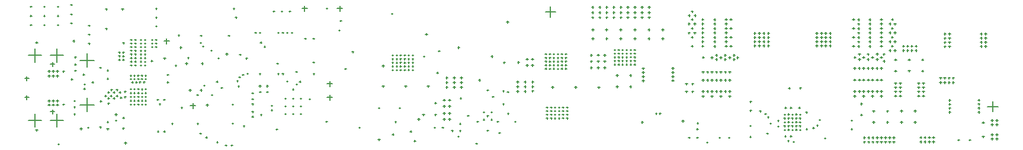
<source format=gbr>
%TF.GenerationSoftware,Altium Limited,Altium Designer,19.0.15 (446)*%
G04 Layer_Color=128*
%FSLAX45Y45*%
%MOMM*%
%TF.FileFunction,Drillmap*%
%TF.Part,Single*%
G01*
G75*
%TA.AperFunction,NonConductor*%
%ADD88C,0.12700*%
D88*
X2777955Y1808915D02*
X2797955D01*
X2787955Y1798915D02*
Y1818915D01*
X2670455Y1808915D02*
X2690455D01*
X2680455Y1798915D02*
Y1818915D01*
X2885454Y1808915D02*
X2905454D01*
X2895454Y1798915D02*
Y1818915D01*
X2777955Y1697915D02*
X2797955D01*
X2787955Y1687915D02*
Y1707915D01*
X2777955Y1919915D02*
X2797955D01*
X2787955Y1909915D02*
Y1929915D01*
X2777955Y2061414D02*
X2797955D01*
X2787955Y2051414D02*
Y2071414D01*
X2670455Y2061414D02*
X2690455D01*
X2680455Y2051414D02*
Y2071414D01*
X2885454Y2061414D02*
X2905454D01*
X2895454Y2051414D02*
Y2071414D01*
X1215055Y1469052D02*
X1405054D01*
X1310055Y1374052D02*
Y1564052D01*
X1530055Y1469052D02*
X1720054D01*
X1625055Y1374052D02*
Y1564052D01*
X1215055Y2399052D02*
X1405054D01*
X1310055Y2304052D02*
Y2494052D01*
X1530055Y2399052D02*
X1720054D01*
X1625055Y2304052D02*
Y2494052D01*
X5128235Y3068295D02*
X5204435D01*
X5166335Y3030195D02*
Y3106395D01*
X5631138Y3068295D02*
X5707338D01*
X5669238Y3030195D02*
Y3106395D01*
X12234815Y1447475D02*
X12255135D01*
X12244975Y1437315D02*
Y1457635D01*
X12127315Y1337475D02*
X12147635D01*
X12137475Y1327315D02*
Y1347635D01*
X12127315Y1557475D02*
X12147635D01*
X12137475Y1547315D02*
Y1567635D01*
X12017315Y1447475D02*
X12037635D01*
X12027475Y1437315D02*
Y1457635D01*
X12237315Y1337475D02*
X12257635D01*
X12247475Y1327315D02*
Y1347635D01*
X12017315Y1337475D02*
X12037635D01*
X12027475Y1327315D02*
Y1347635D01*
X12237315Y1557475D02*
X12257635D01*
X12247475Y1547315D02*
Y1567635D01*
X12017315Y1557475D02*
X12037635D01*
X12027475Y1547315D02*
Y1567635D01*
X14926215Y1668755D02*
X15076215D01*
X15001215Y1593755D02*
Y1743754D01*
X8604155Y3017495D02*
X8754154D01*
X8679155Y2942495D02*
Y3092494D01*
X3530575Y1681455D02*
X3606775D01*
X3568675Y1643355D02*
Y1719555D01*
X3152115Y2603804D02*
X3228315D01*
X3190215Y2565704D02*
Y2641904D01*
X5486375Y1993875D02*
X5562575D01*
X5524475Y1955775D02*
Y2031975D01*
X5486375Y1798909D02*
X5562575D01*
X5524475Y1760809D02*
Y1837009D01*
X1955974Y2329975D02*
X2153975D01*
X2054975Y2230974D02*
Y2428975D01*
X1955974Y1694975D02*
X2153975D01*
X2054975Y1595974D02*
Y1793975D01*
X1530055Y1594052D02*
X1590054D01*
X1560055Y1564052D02*
Y1624052D01*
X1530055Y2274052D02*
X1590054D01*
X1560055Y2244052D02*
Y2304052D01*
X1165055Y2069052D02*
X1225054D01*
X1195055Y2039052D02*
Y2099052D01*
X1165055Y1799052D02*
X1225054D01*
X1195055Y1769052D02*
Y1829052D01*
X5100775Y1564154D02*
X5121095D01*
X5110935Y1553994D02*
Y1574314D01*
X4990775Y1564154D02*
X5011095D01*
X5000935Y1553994D02*
Y1574314D01*
X4880775Y1564154D02*
X4901095D01*
X4890935Y1553994D02*
Y1574314D01*
X5100775Y1674154D02*
X5121095D01*
X5110935Y1663994D02*
Y1684314D01*
X4990775Y1674154D02*
X5011095D01*
X5000935Y1663994D02*
Y1684314D01*
X4880775Y1674154D02*
X4901095D01*
X4890935Y1663994D02*
Y1684314D01*
X5100775Y1784154D02*
X5121095D01*
X5110935Y1773994D02*
Y1794314D01*
X4990775Y1784154D02*
X5011095D01*
X5000935Y1773994D02*
Y1794314D01*
X4880775Y1784154D02*
X4901095D01*
X4890935Y1773994D02*
Y1794314D01*
X12127315Y1447475D02*
X12147635D01*
X12137475Y1437315D02*
Y1457635D01*
X4453794Y2724210D02*
X4474114D01*
X4463954Y2714050D02*
Y2734370D01*
X4778795Y2726110D02*
X4799115D01*
X4788955Y2715950D02*
Y2736270D01*
X5285158Y2299078D02*
X5305478D01*
X5295318Y2288918D02*
Y2309238D01*
X4906955Y2029754D02*
X4927275D01*
X4917115Y2019594D02*
Y2039914D01*
X4779955Y2135532D02*
X4800275D01*
X4790115Y2125372D02*
Y2145692D01*
X4843794Y2136110D02*
X4864114D01*
X4853954Y2125950D02*
Y2146270D01*
X5040775Y1989114D02*
X5061095D01*
X5050935Y1978954D02*
Y1999274D01*
X4990775Y1914154D02*
X5011095D01*
X5000935Y1903994D02*
Y1924314D01*
X4622199Y1875014D02*
X4642519D01*
X4632359Y1864854D02*
Y1885174D01*
X10769815Y1347475D02*
X10790135D01*
X10779975Y1337315D02*
Y1357635D01*
X12974814Y1468795D02*
X12995134D01*
X12984975Y1458635D02*
Y1478955D01*
X10768424Y1227475D02*
X10788744D01*
X10778584Y1217315D02*
Y1237635D01*
X11529815Y1237779D02*
X11550135D01*
X11539975Y1227619D02*
Y1247939D01*
X8207235Y2302475D02*
X8237715D01*
X8222475Y2287235D02*
Y2317715D01*
X10645115Y2849855D02*
X10675595D01*
X10660355Y2834615D02*
Y2865095D01*
X10647655Y2970789D02*
X10678135D01*
X10662895Y2955549D02*
Y2986029D01*
X10689735Y2658975D02*
X10720215D01*
X10704975Y2643735D02*
Y2674215D01*
X13662634Y1881495D02*
X13693115D01*
X13677875Y1866255D02*
Y1896735D01*
X13662634Y1941495D02*
X13693115D01*
X13677875Y1926255D02*
Y1956735D01*
X13597633Y1941495D02*
X13628114D01*
X13612874Y1926255D02*
Y1956735D01*
X13597633Y1881495D02*
X13628114D01*
X13612874Y1866255D02*
Y1896735D01*
X13992834Y1881495D02*
X14023315D01*
X14008075Y1866255D02*
Y1896735D01*
X13992834Y1941495D02*
X14023315D01*
X14008075Y1926255D02*
Y1956735D01*
X13927834Y1941495D02*
X13958315D01*
X13943074Y1926255D02*
Y1956735D01*
X13927834Y1881495D02*
X13958315D01*
X13943074Y1866255D02*
Y1896735D01*
X13152095Y1227475D02*
X13182574D01*
X13167336Y1212235D02*
Y1242715D01*
X13212094Y1227475D02*
X13242574D01*
X13227335Y1212235D02*
Y1242715D01*
X13212094Y1162474D02*
X13242574D01*
X13227335Y1147234D02*
Y1177714D01*
X13272095Y1162474D02*
X13302574D01*
X13287334Y1147234D02*
Y1177714D01*
X13152095Y1162474D02*
X13182574D01*
X13167336Y1147234D02*
Y1177714D01*
X11649915Y2717434D02*
X11680395D01*
X11665155Y2702194D02*
Y2732674D01*
X11649915Y2597434D02*
X11680395D01*
X11665155Y2582194D02*
Y2612674D01*
X11649915Y2537435D02*
X11680395D01*
X11665155Y2522195D02*
Y2552675D01*
X11649915Y2657434D02*
X11680395D01*
X11665155Y2642194D02*
Y2672674D01*
X11584915Y2657434D02*
X11615395D01*
X11600155Y2642194D02*
Y2672674D01*
X11584915Y2597434D02*
X11615395D01*
X11600155Y2582194D02*
Y2612674D01*
X11584915Y2717434D02*
X11615395D01*
X11600155Y2702194D02*
Y2732674D01*
X11584915Y2537435D02*
X11615395D01*
X11600155Y2522195D02*
Y2552675D01*
X12661875Y2717434D02*
X12692355D01*
X12677115Y2702194D02*
Y2732674D01*
X12661875Y2597434D02*
X12692355D01*
X12677115Y2582194D02*
Y2612674D01*
X12661875Y2537435D02*
X12692355D01*
X12677115Y2522195D02*
Y2552675D01*
X12661875Y2657434D02*
X12692355D01*
X12677115Y2642194D02*
Y2672674D01*
X12596874Y2657434D02*
X12627354D01*
X12612114Y2642194D02*
Y2672674D01*
X12596874Y2597434D02*
X12627354D01*
X12612114Y2582194D02*
Y2612674D01*
X12596874Y2717434D02*
X12627354D01*
X12612114Y2702194D02*
Y2732674D01*
X12596874Y2537435D02*
X12627354D01*
X12612114Y2522195D02*
Y2552675D01*
X4534199Y1551313D02*
X4554519D01*
X4544359Y1541153D02*
Y1561473D01*
X4757595Y1341501D02*
X4777915D01*
X4767755Y1331341D02*
Y1351661D01*
X10689735Y2912975D02*
X10720215D01*
X10704975Y2897735D02*
Y2928215D01*
X10689735Y2785975D02*
X10720215D01*
X10704975Y2770735D02*
Y2801215D01*
X11036735Y2342575D02*
X11067215D01*
X11051975Y2327335D02*
Y2357815D01*
X11227235Y2369975D02*
X11257715D01*
X11242475Y2354735D02*
Y2385215D01*
X11036735Y2400293D02*
X11067215D01*
X11051975Y2385053D02*
Y2415533D01*
X10973235Y2369975D02*
X11003715D01*
X10988475Y2354735D02*
Y2385215D01*
X11100235Y2369975D02*
X11130715D01*
X11115475Y2354735D02*
Y2385215D01*
X13079695Y2414975D02*
X13110175D01*
X13094936Y2399735D02*
Y2430215D01*
X13078435Y2342575D02*
X13108916D01*
X13093675Y2327335D02*
Y2357815D01*
X13204735Y2414975D02*
X13235216D01*
X13219975Y2399735D02*
Y2430215D01*
X13204735Y2342575D02*
X13235216D01*
X13219975Y2327335D02*
Y2357815D01*
X13332195Y2416698D02*
X13362675D01*
X13347435Y2401458D02*
Y2431938D01*
X13332195Y2342575D02*
X13362675D01*
X13347435Y2327335D02*
Y2357815D01*
X13517235Y2849974D02*
X13547716D01*
X13532475Y2834734D02*
Y2865214D01*
X13589655Y2847475D02*
X13620135D01*
X13604895Y2832235D02*
Y2862715D01*
X13517235Y2722475D02*
X13547716D01*
X13532475Y2707235D02*
Y2737715D01*
X13589655Y2722475D02*
X13620135D01*
X13604895Y2707235D02*
Y2737715D01*
X13517235Y2472275D02*
X13547716D01*
X13532475Y2457035D02*
Y2487515D01*
X13517235Y2594974D02*
X13547716D01*
X13532475Y2579734D02*
Y2610214D01*
X13589655Y2472275D02*
X13620135D01*
X13604895Y2457035D02*
Y2487515D01*
X13589655Y2594974D02*
X13620135D01*
X13604895Y2579734D02*
Y2610214D01*
X7389595Y1787799D02*
X7409915D01*
X7399755Y1777639D02*
Y1797959D01*
X8062635Y1569035D02*
X8082955D01*
X8072795Y1558875D02*
Y1579195D01*
X7847315Y1809975D02*
X7867635D01*
X7857475Y1799815D02*
Y1820135D01*
X2237015Y1373775D02*
X2257335D01*
X2247175Y1363615D02*
Y1383935D01*
X4520036Y1874667D02*
X4540356D01*
X4530196Y1864507D02*
Y1884827D01*
X2677314Y2260299D02*
X2697634D01*
X2687474Y2250139D02*
Y2270459D01*
X2677314Y2312085D02*
X2697634D01*
X2687474Y2301925D02*
Y2322245D01*
X2677314Y2363870D02*
X2697634D01*
X2687474Y2353710D02*
Y2374030D01*
X2677314Y2415656D02*
X2697634D01*
X2687474Y2405496D02*
Y2425816D01*
X2677314Y2519227D02*
X2697634D01*
X2687474Y2509067D02*
Y2529387D01*
X2677314Y2571012D02*
X2697634D01*
X2687474Y2560852D02*
Y2581172D01*
X2307035Y1821155D02*
X2332435D01*
X2319735Y1808455D02*
Y1833855D01*
X2735555Y2570688D02*
X2755875D01*
X2745715Y2560528D02*
Y2580848D01*
X2735555Y2415331D02*
X2755875D01*
X2745715Y2405171D02*
Y2425491D01*
X2735555Y2363546D02*
X2755875D01*
X2745715Y2353386D02*
Y2373706D01*
X2735555Y2311760D02*
X2755875D01*
X2745715Y2301600D02*
Y2321920D01*
X2735555Y2259975D02*
X2755875D01*
X2745715Y2249815D02*
Y2270135D01*
X2875075Y2259650D02*
X2895395D01*
X2885235Y2249490D02*
Y2269810D01*
X2875075Y2311436D02*
X2895395D01*
X2885235Y2301276D02*
Y2321596D01*
X2875075Y2363221D02*
X2895395D01*
X2885235Y2353061D02*
Y2373381D01*
X2875075Y2415007D02*
X2895395D01*
X2885235Y2404847D02*
Y2425167D01*
X2816835Y2518902D02*
X2837155D01*
X2826995Y2508742D02*
Y2529062D01*
X2816835Y2415331D02*
X2837155D01*
X2826995Y2405171D02*
Y2425491D01*
X2816835Y2363546D02*
X2837155D01*
X2826995Y2353386D02*
Y2373706D01*
X2816835Y2311760D02*
X2837155D01*
X2826995Y2301600D02*
Y2321920D01*
X2816835Y2259975D02*
X2837155D01*
X2826995Y2249815D02*
Y2270135D01*
X4973794Y2726110D02*
X4994114D01*
X4983954Y2715950D02*
Y2736270D01*
X2735555Y2622473D02*
X2755875D01*
X2745715Y2612313D02*
Y2632633D01*
X2677314Y2622798D02*
X2697634D01*
X2687474Y2612638D02*
Y2632958D01*
X2816835Y2570688D02*
X2837155D01*
X2826995Y2560528D02*
Y2580848D01*
X2875075Y2570363D02*
X2895395D01*
X2885235Y2560203D02*
Y2580523D01*
X2875075Y2622149D02*
X2895395D01*
X2885235Y2611989D02*
Y2632309D01*
X2816835Y2622473D02*
X2837155D01*
X2826995Y2612313D02*
Y2632633D01*
X2677314Y2467441D02*
X2697634D01*
X2687474Y2457281D02*
Y2477601D01*
X2735555Y2518902D02*
X2755875D01*
X2745715Y2508742D02*
Y2529062D01*
X2735555Y2467117D02*
X2755875D01*
X2745715Y2456957D02*
Y2477277D01*
X2816835Y2467117D02*
X2837155D01*
X2826995Y2456957D02*
Y2477277D01*
X2875075Y2518578D02*
X2895395D01*
X2885235Y2508418D02*
Y2528738D01*
X2875075Y2466792D02*
X2895395D01*
X2885235Y2456632D02*
Y2476952D01*
X4531335Y2583660D02*
X4551655D01*
X4541495Y2573500D02*
Y2593820D01*
X13992834Y1821495D02*
X14023315D01*
X14008075Y1806255D02*
Y1836735D01*
X13927834Y1821495D02*
X13958315D01*
X13943074Y1806255D02*
Y1836735D01*
X13662634Y1821495D02*
X13693115D01*
X13677875Y1806255D02*
Y1836735D01*
X13597633Y1821495D02*
X13628114D01*
X13612874Y1806255D02*
Y1836735D01*
X13597633Y2001495D02*
X13628114D01*
X13612874Y1986255D02*
Y2016735D01*
X13662634Y2001495D02*
X13693115D01*
X13677875Y1986255D02*
Y2016735D01*
X13927834Y2001495D02*
X13958315D01*
X13943074Y1986255D02*
Y2016735D01*
X13992834Y2001495D02*
X14023315D01*
X14008075Y1986255D02*
Y2016735D01*
X1617386Y2107195D02*
X1647866D01*
X1632626Y2091955D02*
Y2122435D01*
X1498575Y2174215D02*
X1529055D01*
X1513815Y2158975D02*
Y2189455D01*
X1498575Y2107195D02*
X1529055D01*
X1513815Y2091955D02*
Y2122435D01*
X1557980Y2107195D02*
X1588460D01*
X1573220Y2091955D02*
Y2122435D01*
X1557980Y2174215D02*
X1588460D01*
X1573220Y2158975D02*
Y2189455D01*
X1617386Y2174215D02*
X1647866D01*
X1632626Y2158975D02*
Y2189455D01*
X2237015Y2225015D02*
X2257335D01*
X2247175Y2214855D02*
Y2235175D01*
X2565375Y2440915D02*
X2585695D01*
X2575535Y2430755D02*
Y2451075D01*
X2565375Y2389129D02*
X2585695D01*
X2575535Y2378969D02*
Y2399289D01*
X2507134Y2389454D02*
X2527454D01*
X2517294Y2379294D02*
Y2399614D01*
X2507134Y2337668D02*
X2527454D01*
X2517294Y2327508D02*
Y2347828D01*
X2565375Y2337344D02*
X2585695D01*
X2575535Y2327184D02*
Y2347504D01*
X2507134Y2441239D02*
X2527454D01*
X2517294Y2431079D02*
Y2451399D01*
X6471895Y2244288D02*
X6492215D01*
X6482055Y2234128D02*
Y2254448D01*
X6471895Y2296073D02*
X6492215D01*
X6482055Y2285913D02*
Y2306233D01*
X6413654Y2244612D02*
X6433974D01*
X6423814Y2234452D02*
Y2254772D01*
X6413654Y2399969D02*
X6433974D01*
X6423814Y2389809D02*
Y2410129D01*
X6471895Y2399644D02*
X6492215D01*
X6482055Y2389484D02*
Y2409804D01*
X6471895Y2192502D02*
X6492215D01*
X6482055Y2182342D02*
Y2202662D01*
X6471895Y2347859D02*
X6492215D01*
X6482055Y2337699D02*
Y2358019D01*
X6413654Y2348183D02*
X6433974D01*
X6423814Y2338023D02*
Y2358343D01*
X6413654Y2296398D02*
X6433974D01*
X6423814Y2286238D02*
Y2306558D01*
X6413654Y2192827D02*
X6433974D01*
X6423814Y2182667D02*
Y2202987D01*
X6586195Y2244288D02*
X6606515D01*
X6596355Y2234128D02*
Y2254448D01*
X6527954Y2244612D02*
X6548274D01*
X6538114Y2234452D02*
Y2254772D01*
X6527954Y2399969D02*
X6548274D01*
X6538114Y2389809D02*
Y2410129D01*
X6586195Y2399644D02*
X6606515D01*
X6596355Y2389484D02*
Y2409804D01*
X6586195Y2192502D02*
X6606515D01*
X6596355Y2182342D02*
Y2202662D01*
X6586195Y2347859D02*
X6606515D01*
X6596355Y2337699D02*
Y2358019D01*
X6527954Y2348183D02*
X6548274D01*
X6538114Y2338023D02*
Y2358343D01*
X6527954Y2296398D02*
X6548274D01*
X6538114Y2286238D02*
Y2306558D01*
X6527954Y2192827D02*
X6548274D01*
X6538114Y2182667D02*
Y2202987D01*
X6700495Y2244612D02*
X6720815D01*
X6710655Y2234452D02*
Y2254772D01*
X6700495Y2296398D02*
X6720815D01*
X6710655Y2286238D02*
Y2306558D01*
X6642254Y2244937D02*
X6662574D01*
X6652414Y2234777D02*
Y2255097D01*
X6642254Y2400293D02*
X6662574D01*
X6652414Y2390133D02*
Y2410453D01*
X6700495Y2399969D02*
X6720815D01*
X6710655Y2389809D02*
Y2410129D01*
X6700495Y2192827D02*
X6720815D01*
X6710655Y2182667D02*
Y2202987D01*
X6700495Y2348183D02*
X6720815D01*
X6710655Y2338023D02*
Y2358343D01*
X6642254Y2348508D02*
X6662574D01*
X6652414Y2338348D02*
Y2358668D01*
X6642254Y2296722D02*
X6662574D01*
X6652414Y2286562D02*
Y2306882D01*
X6642254Y2193151D02*
X6662574D01*
X6652414Y2182991D02*
Y2203311D01*
X6586195Y2296073D02*
X6606515D01*
X6596355Y2285913D02*
Y2306233D01*
X2062455Y1369035D02*
X2082775D01*
X2072615Y1358875D02*
Y1379195D01*
X3037314Y3067975D02*
X3057634D01*
X3047474Y3057815D02*
Y3078135D01*
X3037314Y2939975D02*
X3057634D01*
X3047474Y2929815D02*
Y2950135D01*
X3037314Y2814975D02*
X3057634D01*
X3047474Y2804815D02*
Y2825135D01*
X3359815Y2686975D02*
X3380135D01*
X3369975Y2676815D02*
Y2697135D01*
X4143814Y3067475D02*
X4164134D01*
X4153974Y3057315D02*
Y3077635D01*
X4174815Y2939975D02*
X4195135D01*
X4184975Y2929815D02*
Y2950135D01*
X4715694Y3029706D02*
X4736014D01*
X4725854Y3019546D02*
Y3039866D01*
X4829994Y3029706D02*
X4850314D01*
X4840154Y3019546D02*
Y3039866D01*
X4944294Y3029706D02*
X4964614D01*
X4954454Y3019546D02*
Y3039866D01*
X7718212Y1590015D02*
X7738532D01*
X7728372Y1579855D02*
Y1600175D01*
X7827171Y1590015D02*
X7847491D01*
X7837331Y1579855D02*
Y1600175D01*
X7719035Y1483335D02*
X7739355D01*
X7729195Y1473175D02*
Y1493495D01*
X7772315Y1534975D02*
X7792635D01*
X7782475Y1524815D02*
Y1545135D01*
X7377055Y1423154D02*
X7397375D01*
X7387215Y1412994D02*
Y1433314D01*
X1437615Y2964155D02*
X1457935D01*
X1447775Y2953995D02*
Y2974315D01*
X1630355Y3095255D02*
X1650675D01*
X1640515Y3085095D02*
Y3105415D01*
X1630355Y2836175D02*
X1650675D01*
X1640515Y2826015D02*
Y2846335D01*
X1866875Y1749414D02*
X1887195D01*
X1877035Y1739254D02*
Y1759574D01*
X2237275Y1743799D02*
X2262675D01*
X2249975Y1731099D02*
Y1756499D01*
X2125955Y2016735D02*
X2151355D01*
X2138655Y2004035D02*
Y2029435D01*
X2974494Y2623550D02*
X2994814D01*
X2984654Y2613390D02*
Y2633710D01*
X3032735Y2519655D02*
X3053055D01*
X3042895Y2509495D02*
Y2529815D01*
X2974494Y2519979D02*
X2994814D01*
X2984654Y2509819D02*
Y2530139D01*
X2974494Y2571765D02*
X2994814D01*
X2984654Y2561605D02*
Y2581925D01*
X3032735Y2571440D02*
X3053055D01*
X3042895Y2561280D02*
Y2581600D01*
X3032735Y2623226D02*
X3053055D01*
X3042895Y2613066D02*
Y2633386D01*
X1866875Y1661414D02*
X1887195D01*
X1877035Y1651254D02*
Y1671574D01*
X1244275Y2964155D02*
X1264595D01*
X1254435Y2953995D02*
Y2974315D01*
X1244275Y3095255D02*
X1264595D01*
X1254435Y3085095D02*
Y3105415D01*
X1244275Y2836175D02*
X1264595D01*
X1254435Y2826015D02*
Y2846335D01*
X1437615Y2836175D02*
X1457935D01*
X1447775Y2826015D02*
Y2846335D01*
X1437615Y3095255D02*
X1457935D01*
X1447775Y3085095D02*
Y3105415D01*
X1630355Y2964155D02*
X1650675D01*
X1640515Y2953995D02*
Y2974315D01*
X3822675Y2471395D02*
X3842995D01*
X3832835Y2461235D02*
Y2481555D01*
X3703295Y2527275D02*
X3723615D01*
X3713455Y2517115D02*
Y2537435D01*
X3670275Y2581195D02*
X3690595D01*
X3680435Y2571035D02*
Y2591355D01*
X5843721Y2449215D02*
X5864041D01*
X5853881Y2439055D02*
Y2459375D01*
X5739581Y2209448D02*
X5759901D01*
X5749741Y2199288D02*
Y2219608D01*
X6453815Y1450315D02*
X6474135D01*
X6463975Y1440155D02*
Y1460475D01*
X5938495Y1368655D02*
X5958815D01*
X5948655Y1358495D02*
Y1378815D01*
X3265495Y1424915D02*
X3285815D01*
X3275655Y1414755D02*
Y1435075D01*
X4127475Y1429995D02*
X4147795D01*
X4137635Y1419835D02*
Y1440155D01*
X4584675Y2524735D02*
X4604995D01*
X4594835Y2514575D02*
Y2534895D01*
X3721075Y1971015D02*
X3741395D01*
X3731235Y1960855D02*
Y1981175D01*
X8003402Y2297337D02*
X8033882D01*
X8018642Y2282097D02*
Y2312577D01*
X6847815Y1551915D02*
X6878295D01*
X6863055Y1536675D02*
Y1567155D01*
X9873463Y2425687D02*
X9893783D01*
X9883623Y2415527D02*
Y2435847D01*
X9873463Y2270330D02*
X9893783D01*
X9883623Y2260170D02*
Y2280490D01*
X9873463Y2477473D02*
X9893783D01*
X9883623Y2467313D02*
Y2487633D01*
X9873463Y2373902D02*
X9893783D01*
X9883623Y2363742D02*
Y2384062D01*
X9873463Y2322116D02*
X9893783D01*
X9883623Y2311956D02*
Y2332276D01*
X9586622Y2270330D02*
X9606942D01*
X9596782Y2260170D02*
Y2280490D01*
X9586622Y2373902D02*
X9606942D01*
X9596782Y2363742D02*
Y2384062D01*
X9586622Y2425687D02*
X9606942D01*
X9596782Y2415527D02*
Y2435847D01*
X9586622Y2477473D02*
X9606942D01*
X9596782Y2467313D02*
Y2487633D01*
X9586622Y2322116D02*
X9606942D01*
X9596782Y2311956D02*
Y2332276D01*
X12974794Y1346434D02*
X12995114D01*
X12984953Y1336274D02*
Y1356594D01*
X12327275Y1587475D02*
X12352675D01*
X12339975Y1574775D02*
Y1600175D01*
X7772315Y1905131D02*
X7792635D01*
X7782475Y1894971D02*
Y1915291D01*
X3667735Y1285215D02*
X3688055D01*
X3677895Y1275055D02*
Y1295375D01*
X8407375Y2259650D02*
X8437855D01*
X8422615Y2244410D02*
Y2274890D01*
X8331175Y2259650D02*
X8361655D01*
X8346415Y2244410D02*
Y2274890D01*
X8407375Y2346010D02*
X8437855D01*
X8422615Y2330770D02*
Y2361250D01*
X8331175Y2346010D02*
X8361655D01*
X8346415Y2330770D02*
Y2361250D01*
X7144995Y1762735D02*
X7175475D01*
X7160235Y1747495D02*
Y1777975D01*
X7221195Y1762735D02*
X7251675D01*
X7236435Y1747495D02*
Y1777975D01*
X7144995Y1676375D02*
X7175475D01*
X7160235Y1661135D02*
Y1691615D01*
X7221195Y1676375D02*
X7251675D01*
X7236435Y1661135D02*
Y1691615D01*
X7144995Y1574775D02*
X7175475D01*
X7160235Y1559535D02*
Y1590015D01*
X7221195Y1574775D02*
X7251675D01*
X7236435Y1559535D02*
Y1590015D01*
X7144995Y1488415D02*
X7175475D01*
X7160235Y1473175D02*
Y1503655D01*
X7221195Y1488415D02*
X7251675D01*
X7236435Y1473175D02*
Y1503655D01*
X1319635Y1331335D02*
X1350115D01*
X1334875Y1316095D02*
Y1346575D01*
X2588734Y1147475D02*
X2619214D01*
X2603974Y1132235D02*
Y1162715D01*
X2565375Y1357235D02*
X2585695D01*
X2575535Y1347075D02*
Y1367395D01*
X3147735Y2357095D02*
X3178215D01*
X3162975Y2341855D02*
Y2372335D01*
X4510391Y1963014D02*
X4540871D01*
X4525631Y1947774D02*
Y1978254D01*
X4617119Y1963014D02*
X4647599D01*
X4632359Y1947774D02*
Y1978254D01*
X8678975Y1605174D02*
X8699295D01*
X8689135Y1595014D02*
Y1615334D01*
X8620735Y1553713D02*
X8641055D01*
X8630895Y1543553D02*
Y1563873D01*
X8620735Y1605499D02*
X8641055D01*
X8630895Y1595339D02*
Y1615659D01*
X8793275Y1553389D02*
X8813595D01*
X8803435Y1543229D02*
Y1563549D01*
X8735035Y1553713D02*
X8755355D01*
X8745195Y1543553D02*
Y1563873D01*
X8793275Y1656960D02*
X8813595D01*
X8803435Y1646800D02*
Y1667120D01*
X8735035Y1605499D02*
X8755355D01*
X8745195Y1595339D02*
Y1615659D01*
X8907575Y1553713D02*
X8927895D01*
X8917735Y1543553D02*
Y1563873D01*
X8907575Y1605499D02*
X8927895D01*
X8917735Y1595339D02*
Y1615659D01*
X8849335Y1554038D02*
X8869655D01*
X8859495Y1543878D02*
Y1564198D01*
X8849335Y1657609D02*
X8869655D01*
X8859495Y1647449D02*
Y1667769D01*
X8849335Y1605824D02*
X8869655D01*
X8859495Y1595664D02*
Y1615984D01*
X8793275Y1605174D02*
X8813595D01*
X8803435Y1595014D02*
Y1615334D01*
X1557980Y1694155D02*
X1588460D01*
X1573220Y1678915D02*
Y1709395D01*
X1557980Y1751598D02*
X1588460D01*
X1573220Y1736358D02*
Y1766838D01*
X1497433Y1751598D02*
X1527913D01*
X1512673Y1736358D02*
Y1766838D01*
X1497433Y1694155D02*
X1527913D01*
X1512673Y1678915D02*
Y1709395D01*
X2527485Y1792544D02*
X2552885D01*
X2540185Y1779844D02*
Y1805244D01*
X2431367Y1788135D02*
X2456767D01*
X2444067Y1775435D02*
Y1800835D01*
X2513611Y1869415D02*
X2539011D01*
X2526311Y1856715D02*
Y1882115D01*
X2431367Y1869415D02*
X2456767D01*
X2444067Y1856715D02*
Y1882115D01*
X2315396Y3059831D02*
X2345876D01*
X2330636Y3044591D02*
Y3075071D01*
X2320476Y2779831D02*
X2340796D01*
X2330636Y2769671D02*
Y2789991D01*
X2547446Y3058435D02*
X2577926D01*
X2562686Y3043195D02*
Y3073675D01*
X3317215Y2254613D02*
X3337535D01*
X3327375Y2244453D02*
Y2264773D01*
X1637005Y1130113D02*
X1657325D01*
X1647165Y1119953D02*
Y1140273D01*
X7492815Y1536375D02*
X7513135D01*
X7502975Y1526215D02*
Y1546535D01*
X8167564Y1452414D02*
X8187884D01*
X8177724Y1442254D02*
Y1462574D01*
X7628315Y1454975D02*
X7648635D01*
X7638475Y1444815D02*
Y1465135D01*
X8849335Y1502253D02*
X8869655D01*
X8859495Y1492093D02*
Y1512413D01*
X7916315Y1454975D02*
X7936635D01*
X7926475Y1444815D02*
Y1465135D01*
X8735035Y1501928D02*
X8755355D01*
X8745195Y1491768D02*
Y1512088D01*
X8907575Y1501928D02*
X8927895D01*
X8917735Y1491768D02*
Y1512088D01*
X8620735Y1501928D02*
X8641055D01*
X8630895Y1491768D02*
Y1512088D01*
X8678975Y1553389D02*
X8699295D01*
X8689135Y1543229D02*
Y1563549D01*
X8678975Y1501603D02*
X8699295D01*
X8689135Y1491443D02*
Y1511763D01*
X8793275Y1501603D02*
X8813595D01*
X8803435Y1491443D02*
Y1511763D01*
X7129755Y1371575D02*
X7150075D01*
X7139915Y1361415D02*
Y1381735D01*
X7265295Y1323315D02*
X7285615D01*
X7275455Y1313155D02*
Y1333475D01*
X7012915Y1371575D02*
X7033235D01*
X7023075Y1361415D02*
Y1381735D01*
X8603134Y2261760D02*
X8623454D01*
X8613294Y2251600D02*
Y2271920D01*
X8603134Y2365331D02*
X8623454D01*
X8613294Y2355171D02*
Y2375491D01*
X8603134Y2313545D02*
X8623454D01*
X8613294Y2303385D02*
Y2323705D01*
X8603134Y2209974D02*
X8623454D01*
X8613294Y2199814D02*
Y2220134D01*
X8889975Y2261760D02*
X8910295D01*
X8900135Y2251600D02*
Y2271920D01*
X8889975Y2313545D02*
X8910295D01*
X8900135Y2303385D02*
Y2323705D01*
X8889975Y2417116D02*
X8910295D01*
X8900135Y2406956D02*
Y2427276D01*
X8889975Y2209974D02*
X8910295D01*
X8900135Y2199814D02*
Y2220134D01*
X8889975Y2365331D02*
X8910295D01*
X8900135Y2355171D02*
Y2375491D01*
X7827235Y2384975D02*
X7857715D01*
X7842475Y2369735D02*
Y2400215D01*
X11714455Y2537435D02*
X11744935D01*
X11729695Y2522195D02*
Y2552675D01*
X11714455Y2717434D02*
X11744935D01*
X11729695Y2702194D02*
Y2732674D01*
X11714455Y2597434D02*
X11744935D01*
X11729695Y2582194D02*
Y2612674D01*
X11714455Y2657434D02*
X11744935D01*
X11729695Y2642194D02*
Y2672674D01*
X11779455Y2657434D02*
X11809935D01*
X11794695Y2642194D02*
Y2672674D01*
X11779455Y2537435D02*
X11809935D01*
X11794695Y2522195D02*
Y2552675D01*
X11779455Y2597434D02*
X11809935D01*
X11794695Y2582194D02*
Y2612674D01*
X11779455Y2717434D02*
X11809935D01*
X11794695Y2702194D02*
Y2732674D01*
X12471755Y2537435D02*
X12502235D01*
X12486995Y2522195D02*
Y2552675D01*
X12471755Y2717434D02*
X12502235D01*
X12486995Y2702194D02*
Y2732674D01*
X12471755Y2597434D02*
X12502235D01*
X12486995Y2582194D02*
Y2612674D01*
X12471755Y2657434D02*
X12502235D01*
X12486995Y2642194D02*
Y2672674D01*
X12536755Y2657434D02*
X12567235D01*
X12551995Y2642194D02*
Y2672674D01*
X12536755Y2537435D02*
X12567235D01*
X12551995Y2522195D02*
Y2552675D01*
X12536755Y2597434D02*
X12567235D01*
X12551995Y2582194D02*
Y2612674D01*
X12536755Y2717434D02*
X12567235D01*
X12551995Y2702194D02*
Y2732674D01*
X11162235Y2399644D02*
X11192715D01*
X11177475Y2384404D02*
Y2414884D01*
X11162235Y2341855D02*
X11192715D01*
X11177475Y2326615D02*
Y2357095D01*
X11289735Y2399644D02*
X11320215D01*
X11304975Y2384404D02*
Y2414884D01*
X11289735Y2343470D02*
X11320215D01*
X11304975Y2328230D02*
Y2358710D01*
X10731475Y2970789D02*
X10761955D01*
X10746715Y2955549D02*
Y2986029D01*
X10726395Y2849855D02*
X10756875D01*
X10741635Y2834615D02*
Y2865095D01*
X10645115Y2720885D02*
X10675595D01*
X10660355Y2705645D02*
Y2736125D01*
X10726395Y2720885D02*
X10756875D01*
X10741635Y2705645D02*
Y2736125D01*
X9809455Y1952475D02*
X9839935D01*
X9824695Y1937235D02*
Y1967715D01*
X7287016Y2012475D02*
X7317496D01*
X7302256Y1997235D02*
Y2027715D01*
X7182436Y2013390D02*
X7212916D01*
X7197676Y1998150D02*
Y2028630D01*
X7393015Y2013390D02*
X7423495D01*
X7408255Y1998150D02*
Y2028630D01*
X7287015Y2078014D02*
X7317495D01*
X7302255Y2062774D02*
Y2093254D01*
X7287015Y1945934D02*
X7317495D01*
X7302255Y1930694D02*
Y1961174D01*
X7182436Y1945934D02*
X7212916D01*
X7197676Y1930694D02*
Y1961174D01*
X7393015Y1945414D02*
X7423495D01*
X7408255Y1930174D02*
Y1960654D01*
X7393015Y2078014D02*
X7423495D01*
X7408255Y2062774D02*
Y2093254D01*
X7182436Y2078475D02*
X7212916D01*
X7197676Y2063235D02*
Y2093715D01*
X8302235Y1953390D02*
X8332715D01*
X8317475Y1938150D02*
Y1968630D01*
X8302235Y2019275D02*
X8332715D01*
X8317475Y2004035D02*
Y2034515D01*
X8302235Y1887195D02*
X8332715D01*
X8317475Y1871955D02*
Y1902435D01*
X8194015Y1953391D02*
X8224495D01*
X8209255Y1938151D02*
Y1968631D01*
X8192745Y2019275D02*
X8223225D01*
X8207985Y2004035D02*
Y2034515D01*
X8194015Y1887195D02*
X8224495D01*
X8209255Y1871955D02*
Y1902435D01*
X8409915Y2019275D02*
X8440395D01*
X8425155Y2004035D02*
Y2034515D01*
X8409915Y1953390D02*
X8440395D01*
X8425155Y1938150D02*
Y1968630D01*
X8409915Y1889975D02*
X8440395D01*
X8425155Y1874735D02*
Y1905215D01*
X6272235Y1958392D02*
X6302715D01*
X6287475Y1943152D02*
Y1973632D01*
X6594735Y1958392D02*
X6625215D01*
X6609975Y1943152D02*
Y1973632D01*
X6917235Y1958392D02*
X6947715D01*
X6932475Y1943152D02*
Y1973632D01*
X7022437Y1719974D02*
X7052917D01*
X7037677Y1704734D02*
Y1735214D01*
X7022437Y1552794D02*
X7052917D01*
X7037677Y1537554D02*
Y1568034D01*
X2966235Y2320474D02*
X2996715D01*
X2981475Y2305234D02*
Y2335714D01*
X3687313Y2283435D02*
X3717793D01*
X3702553Y2268195D02*
Y2298675D01*
X3461995Y2283100D02*
X3492475D01*
X3477235Y2267860D02*
Y2298340D01*
X2564835Y1505535D02*
X2590235D01*
X2577535Y1492835D02*
Y1518235D01*
X3759175Y1691615D02*
X3789655D01*
X3774415Y1676375D02*
Y1706855D01*
X3624555Y1834154D02*
X3644875D01*
X3634715Y1823994D02*
Y1844314D01*
X3832359Y1834154D02*
X3852679D01*
X3842519Y1823994D02*
Y1844314D01*
X9992335Y2097261D02*
X10022815D01*
X10007575Y2082021D02*
Y2112501D01*
X9992335Y2039735D02*
X10022815D01*
X10007575Y2024495D02*
Y2054975D01*
X9992335Y2154788D02*
X10022815D01*
X10007575Y2139548D02*
Y2170028D01*
X9468306Y2638338D02*
X9498786D01*
X9483546Y2623098D02*
Y2653578D01*
X9809455Y2112475D02*
X9839935D01*
X9824695Y2097235D02*
Y2127715D01*
X9669378Y2638338D02*
X9699858D01*
X9684618Y2623098D02*
Y2653578D01*
X9870449Y2638338D02*
X9900929D01*
X9885689Y2623098D02*
Y2653578D01*
X10071520Y2638338D02*
X10102000D01*
X10086760Y2623098D02*
Y2653578D01*
X9267273Y3087411D02*
X9297753D01*
X9282513Y3072171D02*
Y3102651D01*
X9368238Y3087411D02*
X9398718D01*
X9383478Y3072171D02*
Y3102651D01*
X9469203Y3087411D02*
X9499683D01*
X9484443Y3072171D02*
Y3102651D01*
X9570168Y3087411D02*
X9600648D01*
X9585408Y3072171D02*
Y3102651D01*
X9671133Y3087411D02*
X9701613D01*
X9686373Y3072171D02*
Y3102651D01*
X9772098Y3087411D02*
X9802578D01*
X9787338Y3072171D02*
Y3102651D01*
X9873063Y3087411D02*
X9903543D01*
X9888303Y3072171D02*
Y3102651D01*
X9974028Y3087411D02*
X10004508D01*
X9989268Y3072171D02*
Y3102651D01*
X10074993Y3087411D02*
X10105473D01*
X10090233Y3072171D02*
Y3102651D01*
X9267273Y3013635D02*
X9297753D01*
X9282513Y2998395D02*
Y3028875D01*
X9368238Y3013635D02*
X9398718D01*
X9383478Y2998395D02*
Y3028875D01*
X9469203Y3013635D02*
X9499683D01*
X9484443Y2998395D02*
Y3028875D01*
X9570168Y3013635D02*
X9600648D01*
X9585408Y2998395D02*
Y3028875D01*
X9671133Y3013635D02*
X9701613D01*
X9686373Y2998395D02*
Y3028875D01*
X9772098Y3013635D02*
X9802578D01*
X9787338Y2998395D02*
Y3028875D01*
X9873063Y3013635D02*
X9903543D01*
X9888303Y2998395D02*
Y3028875D01*
X9974028Y3013635D02*
X10004508D01*
X9989268Y2998395D02*
Y3028875D01*
X10074993Y3013635D02*
X10105473D01*
X10090233Y2998395D02*
Y3028875D01*
X12179855Y1447475D02*
X12205255D01*
X12192555Y1434775D02*
Y1460175D01*
X12235155Y1503655D02*
X12260555D01*
X12247855Y1490955D02*
Y1516355D01*
X12180998Y1391895D02*
X12206398D01*
X12193698Y1379195D02*
Y1404595D01*
X12235155Y1391895D02*
X12260555D01*
X12247855Y1379195D02*
Y1404595D01*
X10269748Y2637195D02*
X10300228D01*
X10284988Y2621955D02*
Y2652435D01*
X9270265Y2641221D02*
X9300745D01*
X9285505Y2625981D02*
Y2656461D01*
X12014513Y1503655D02*
X12039913D01*
X12027213Y1490955D02*
Y1516355D01*
X12069775Y1557051D02*
X12095175D01*
X12082475Y1544351D02*
Y1569751D01*
X12069695Y1503655D02*
X12095095D01*
X12082395Y1490955D02*
Y1516355D01*
X13141734Y2370838D02*
X13172215D01*
X13156975Y2355598D02*
Y2386078D01*
X13268735Y2370838D02*
X13299216D01*
X13283975Y2355598D02*
Y2386078D01*
X13395735Y2370838D02*
X13426215D01*
X13410976Y2355598D02*
Y2386078D01*
X13597234Y2337475D02*
X13627715D01*
X13612474Y2322235D02*
Y2352715D01*
X13789734Y2338338D02*
X13820213D01*
X13804974Y2323098D02*
Y2353578D01*
X13982234Y2337475D02*
X14012714D01*
X13997475Y2322235D02*
Y2352715D01*
X13549734Y2532838D02*
X13580215D01*
X13564975Y2517598D02*
Y2548078D01*
X13549734Y2659838D02*
X13580215D01*
X13564975Y2644598D02*
Y2675078D01*
X13549734Y2786838D02*
X13580215D01*
X13564975Y2771598D02*
Y2802078D01*
X15043355Y1472255D02*
X15073836D01*
X15058595Y1457015D02*
Y1487495D01*
X15043355Y1412255D02*
X15073836D01*
X15058595Y1397015D02*
Y1427495D01*
X14978355Y1472255D02*
X15008835D01*
X14993594Y1457015D02*
Y1487495D01*
X14978355Y1412255D02*
X15008835D01*
X14993594Y1397015D02*
Y1427495D01*
X15044235Y1269975D02*
X15074715D01*
X15059476Y1254735D02*
Y1285215D01*
X15044235Y1209975D02*
X15074715D01*
X15059476Y1194735D02*
Y1225215D01*
X14979234Y1269975D02*
X15009715D01*
X14994475Y1254735D02*
Y1285215D01*
X14979234Y1209975D02*
X15009715D01*
X14994475Y1194735D02*
Y1225215D01*
X13597234Y2177475D02*
X13627715D01*
X13612474Y2162235D02*
Y2192715D01*
X13789734Y2178338D02*
X13820213D01*
X13804974Y2163098D02*
Y2193578D01*
X13982234Y2177475D02*
X14012714D01*
X13997475Y2162235D02*
Y2192715D01*
X14850887Y1441110D02*
X14881366D01*
X14866125Y1425870D02*
Y1456350D01*
X14850887Y1238610D02*
X14881366D01*
X14866125Y1223370D02*
Y1253850D01*
X9992335Y2212315D02*
X10022815D01*
X10007575Y2197075D02*
Y2227555D01*
X10413975Y2214715D02*
X10444455D01*
X10429215Y2199475D02*
Y2229955D01*
X10413975Y2157188D02*
X10444455D01*
X10429215Y2141948D02*
Y2172428D01*
X10413975Y2042135D02*
X10444455D01*
X10429215Y2026895D02*
Y2057375D01*
X10413975Y2099661D02*
X10444455D01*
X10429215Y2084421D02*
Y2114901D01*
X14787856Y1762555D02*
X14818335D01*
X14803094Y1747315D02*
Y1777795D01*
X14787856Y1705028D02*
X14818335D01*
X14803094Y1689788D02*
Y1720268D01*
X14787856Y1589975D02*
X14818335D01*
X14803094Y1574735D02*
Y1605215D01*
X14787856Y1647502D02*
X14818335D01*
X14803094Y1632262D02*
Y1662742D01*
X6272235Y2250392D02*
X6302715D01*
X6287475Y2235152D02*
Y2265632D01*
X7827171Y1483335D02*
X7847491D01*
X7837331Y1473175D02*
Y1493495D01*
X1867283Y1560355D02*
X1887603D01*
X1877443Y1550195D02*
Y1570515D01*
X2009115Y1986436D02*
X2029435D01*
X2019275Y1976276D02*
Y1996596D01*
X4688815Y1681455D02*
X4709135D01*
X4698975Y1671295D02*
Y1691615D01*
X4688815Y1617955D02*
X4709135D01*
X4698975Y1607795D02*
Y1628115D01*
X4412315Y1594175D02*
X4432635D01*
X4422475Y1584015D02*
Y1604335D01*
X4412315Y1704175D02*
X4432635D01*
X4422475Y1694015D02*
Y1714335D01*
X4411955Y1775435D02*
X4432275D01*
X4422115Y1765275D02*
Y1785595D01*
X4411955Y1525133D02*
X4432275D01*
X4422115Y1514973D02*
Y1535293D01*
X1617386Y1750436D02*
X1647866D01*
X1632626Y1735196D02*
Y1765676D01*
X1617386Y1694155D02*
X1647866D01*
X1632626Y1678915D02*
Y1709395D01*
X14371295Y1760055D02*
X14401775D01*
X14386536Y1744815D02*
Y1775295D01*
X14371295Y1702528D02*
X14401775D01*
X14386536Y1687288D02*
Y1717768D01*
X14371295Y1587475D02*
X14401775D01*
X14386536Y1572235D02*
Y1602715D01*
X14371295Y1645001D02*
X14401775D01*
X14386536Y1629761D02*
Y1660241D01*
X14137614Y1163763D02*
X14168095D01*
X14152855Y1148523D02*
Y1179003D01*
X14077615Y1163763D02*
X14108095D01*
X14092854Y1148523D02*
Y1179003D01*
X14017615Y1163763D02*
X14048096D01*
X14032855Y1148523D02*
Y1179003D01*
X13957616Y1163763D02*
X13988095D01*
X13972855Y1148523D02*
Y1179003D01*
X13573735Y1162779D02*
X13604214D01*
X13588976Y1147539D02*
Y1178019D01*
X13513734Y1162779D02*
X13544215D01*
X13528975Y1147539D02*
Y1178019D01*
X13453735Y1162779D02*
X13484215D01*
X13468974Y1147539D02*
Y1178019D01*
X13393735Y1162779D02*
X13424216D01*
X13408975Y1147539D02*
Y1178019D01*
X13272095Y1227475D02*
X13302574D01*
X13287334Y1212235D02*
Y1242715D01*
X13332094Y1162474D02*
X13362573D01*
X13347334Y1147234D02*
Y1177714D01*
X14137614Y1228763D02*
X14168095D01*
X14152855Y1213523D02*
Y1244003D01*
X14077615Y1228763D02*
X14108095D01*
X14092854Y1213523D02*
Y1244003D01*
X14017615Y1228763D02*
X14048096D01*
X14032855Y1213523D02*
Y1244003D01*
X13957616Y1228763D02*
X13988095D01*
X13972855Y1213523D02*
Y1244003D01*
X13573735Y1227779D02*
X13604214D01*
X13588976Y1212539D02*
Y1243019D01*
X13513734Y1227779D02*
X13544215D01*
X13528975Y1212539D02*
Y1243019D01*
X13453735Y1227779D02*
X13484215D01*
X13468974Y1212539D02*
Y1243019D01*
X13393735Y1227779D02*
X13424216D01*
X13408975Y1212539D02*
Y1243019D01*
X13332094Y1227475D02*
X13362573D01*
X13347334Y1212235D02*
Y1242715D01*
X14663554Y1192475D02*
X14683875D01*
X14673715Y1182315D02*
Y1202635D01*
X14503555Y1192475D02*
X14523875D01*
X14513715Y1182315D02*
Y1202635D01*
X10848775Y2369975D02*
X10874175D01*
X10861475Y2357275D02*
Y2382675D01*
X10692275Y2531975D02*
X10717675D01*
X10704975Y2519275D02*
Y2544675D01*
X11244735Y2531975D02*
X11275215D01*
X11259975Y2516735D02*
Y2547215D01*
X11244735Y2658975D02*
X11275215D01*
X11259975Y2643735D02*
Y2674215D01*
X11244735Y2785975D02*
X11275215D01*
X11259975Y2770735D02*
Y2801215D01*
X11244735Y2912975D02*
X11275215D01*
X11259975Y2897735D02*
Y2928215D01*
X10840875Y2912975D02*
X10871355D01*
X10856115Y2897735D02*
Y2928215D01*
X10840875Y2785975D02*
X10871355D01*
X10856115Y2770735D02*
Y2801215D01*
X10840875Y2658975D02*
X10871355D01*
X10856115Y2643735D02*
Y2674215D01*
X10840875Y2531975D02*
X10871355D01*
X10856115Y2516735D02*
Y2547215D01*
X10840695Y2722855D02*
X10871175D01*
X10855935Y2707615D02*
Y2738095D01*
X10840875Y2849855D02*
X10871355D01*
X10856115Y2834615D02*
Y2865095D01*
X10840875Y2595855D02*
X10871355D01*
X10856115Y2580615D02*
Y2611095D01*
X11011415Y2912595D02*
X11041895D01*
X11026655Y2897355D02*
Y2927835D01*
X11011415Y2785595D02*
X11041895D01*
X11026655Y2770355D02*
Y2800835D01*
X11011415Y2658595D02*
X11041895D01*
X11026655Y2643355D02*
Y2673835D01*
X11011415Y2531595D02*
X11041895D01*
X11026655Y2516355D02*
Y2546835D01*
X11011235Y2722475D02*
X11041715D01*
X11026475Y2707235D02*
Y2737715D01*
X11011415Y2849475D02*
X11041895D01*
X11026655Y2834235D02*
Y2864715D01*
X11011415Y2595475D02*
X11041895D01*
X11026655Y2580235D02*
Y2610715D01*
X13229414Y2912458D02*
X13259895D01*
X13244655Y2897218D02*
Y2927698D01*
X13229414Y2785458D02*
X13259895D01*
X13244655Y2770218D02*
Y2800698D01*
X13229414Y2658458D02*
X13259895D01*
X13244655Y2643218D02*
Y2673698D01*
X13229414Y2531458D02*
X13259895D01*
X13244655Y2516218D02*
Y2546698D01*
X13229234Y2722338D02*
X13259715D01*
X13244475Y2707098D02*
Y2737578D01*
X13229414Y2849338D02*
X13259895D01*
X13244655Y2834098D02*
Y2864578D01*
X13229414Y2595338D02*
X13259895D01*
X13244655Y2580098D02*
Y2610578D01*
X13396115Y2913458D02*
X13426595D01*
X13411356Y2898218D02*
Y2928698D01*
X13396115Y2786458D02*
X13426595D01*
X13411356Y2771218D02*
Y2801698D01*
X13396115Y2659458D02*
X13426595D01*
X13411356Y2644218D02*
Y2674698D01*
X13396115Y2532458D02*
X13426595D01*
X13411356Y2517218D02*
Y2547698D01*
X13395935Y2723338D02*
X13426414D01*
X13411176Y2708098D02*
Y2738578D01*
X13396115Y2850338D02*
X13426595D01*
X13411356Y2835098D02*
Y2865578D01*
X13396115Y2596338D02*
X13426595D01*
X13411356Y2581098D02*
Y2611578D01*
X10846615Y2048655D02*
X10877095D01*
X10861855Y2033415D02*
Y2063895D01*
X10973615Y2048655D02*
X11004095D01*
X10988855Y2033415D02*
Y2063895D01*
X11100615Y2048655D02*
X11131095D01*
X11115855Y2033415D02*
Y2063895D01*
X11227615Y2048655D02*
X11258095D01*
X11242855Y2033415D02*
Y2063895D01*
X11036735Y2048475D02*
X11067215D01*
X11051975Y2033235D02*
Y2063715D01*
X10909735Y2048655D02*
X10940215D01*
X10924975Y2033415D02*
Y2063895D01*
X11163735Y2048655D02*
X11194215D01*
X11178975Y2033415D02*
Y2063895D01*
X13395355Y2049158D02*
X13425835D01*
X13410596Y2033918D02*
Y2064398D01*
X13268355Y2049158D02*
X13298836D01*
X13283595Y2033918D02*
Y2064398D01*
X13141354Y2049158D02*
X13171835D01*
X13156595Y2033918D02*
Y2064398D01*
X13014355Y2049158D02*
X13044835D01*
X13029594Y2033918D02*
Y2064398D01*
X13205235Y2049338D02*
X13235715D01*
X13220474Y2034098D02*
Y2064578D01*
X13332236Y2049158D02*
X13362715D01*
X13347475Y2033918D02*
Y2064398D01*
X13078235Y2049158D02*
X13108714D01*
X13093475Y2033918D02*
Y2064398D01*
X13394855Y2217214D02*
X13425336D01*
X13410095Y2201974D02*
Y2232454D01*
X13267854Y2217214D02*
X13298335D01*
X13283095Y2201974D02*
Y2232454D01*
X13140855Y2217214D02*
X13171335D01*
X13156094Y2201974D02*
Y2232454D01*
X13013855Y2217214D02*
X13044334D01*
X13029095Y2201974D02*
Y2232454D01*
X13204735Y2217395D02*
X13235216D01*
X13219975Y2202155D02*
Y2232635D01*
X13331735Y2217214D02*
X13362215D01*
X13346976Y2201974D02*
Y2232454D01*
X13077734Y2217214D02*
X13108215D01*
X13092975Y2201974D02*
Y2232454D01*
X11226854Y2161334D02*
X11257334D01*
X11242094Y2146094D02*
Y2176574D01*
X11099854Y2161334D02*
X11130334D01*
X11115094Y2146094D02*
Y2176574D01*
X10972854Y2161334D02*
X11003334D01*
X10988094Y2146094D02*
Y2176574D01*
X10845854Y2161334D02*
X10876334D01*
X10861094Y2146094D02*
Y2176574D01*
X11036734Y2161515D02*
X11067214D01*
X11051974Y2146275D02*
Y2176755D01*
X11163734Y2161334D02*
X11194214D01*
X11178974Y2146094D02*
Y2176574D01*
X10909734Y2161334D02*
X10940214D01*
X10924974Y2146094D02*
Y2176574D01*
X10846235Y1814975D02*
X10876715D01*
X10861475Y1799735D02*
Y1830215D01*
X10973235Y1814975D02*
X11003715D01*
X10988475Y1799735D02*
Y1830215D01*
X11100235Y1814975D02*
X11130715D01*
X11115475Y1799735D02*
Y1830215D01*
X11227235Y1814975D02*
X11257715D01*
X11242475Y1799735D02*
Y1830215D01*
X13014735Y1815838D02*
X13045215D01*
X13029974Y1800598D02*
Y1831078D01*
X13141734Y1815838D02*
X13172215D01*
X13156975Y1800598D02*
Y1831078D01*
X13268735Y1815838D02*
X13299216D01*
X13283975Y1800598D02*
Y1831078D01*
X13395735Y1815838D02*
X13426215D01*
X13410976Y1800598D02*
Y1831078D01*
X13395555Y1884474D02*
X13426035D01*
X13410796Y1869234D02*
Y1899714D01*
X13268555Y1884474D02*
X13299036D01*
X13283795Y1869234D02*
Y1899714D01*
X13141554Y1884474D02*
X13172035D01*
X13156795Y1869234D02*
Y1899714D01*
X13014555Y1884474D02*
X13045035D01*
X13029794Y1869234D02*
Y1899714D01*
X13205435Y1884655D02*
X13235915D01*
X13220676Y1869415D02*
Y1899895D01*
X13332436Y1884474D02*
X13362915D01*
X13347675Y1869234D02*
Y1899714D01*
X13078435Y1884474D02*
X13108916D01*
X13093675Y1869234D02*
Y1899714D01*
X11226855Y1885234D02*
X11257335D01*
X11242095Y1869994D02*
Y1900474D01*
X11099855Y1885234D02*
X11130335D01*
X11115095Y1869994D02*
Y1900474D01*
X10972855Y1885234D02*
X11003335D01*
X10988095Y1869994D02*
Y1900474D01*
X10845855Y1885234D02*
X10876335D01*
X10861095Y1869994D02*
Y1900474D01*
X11036735Y1885415D02*
X11067215D01*
X11051975Y1870175D02*
Y1900655D01*
X11163735Y1885234D02*
X11194215D01*
X11178975Y1869994D02*
Y1900474D01*
X10909735Y1885234D02*
X10940215D01*
X10924975Y1869994D02*
Y1900474D01*
X11176155Y2914330D02*
X11206635D01*
X11191395Y2899090D02*
Y2929570D01*
X11176155Y2787330D02*
X11206635D01*
X11191395Y2772090D02*
Y2802570D01*
X11176155Y2660330D02*
X11206635D01*
X11191395Y2645090D02*
Y2675570D01*
X11176155Y2533330D02*
X11206635D01*
X11191395Y2518090D02*
Y2548570D01*
X11175975Y2724210D02*
X11206455D01*
X11191215Y2708970D02*
Y2739450D01*
X11176155Y2851210D02*
X11206635D01*
X11191395Y2835970D02*
Y2866450D01*
X11176155Y2597210D02*
X11206635D01*
X11191395Y2581970D02*
Y2612450D01*
X12995734Y2531838D02*
X13026215D01*
X13010974Y2516598D02*
Y2547078D01*
X12995734Y2658838D02*
X13026215D01*
X13010974Y2643598D02*
Y2674078D01*
X12995734Y2785838D02*
X13026215D01*
X13010974Y2770598D02*
Y2801078D01*
X12995734Y2912838D02*
X13026215D01*
X13010974Y2897598D02*
Y2928078D01*
X13068094Y2530195D02*
X13098573D01*
X13083334Y2514955D02*
Y2545435D01*
X13068094Y2657195D02*
X13098573D01*
X13083334Y2641955D02*
Y2672435D01*
X13068094Y2784195D02*
X13098573D01*
X13083334Y2768955D02*
Y2799435D01*
X13068094Y2911195D02*
X13098573D01*
X13083334Y2895955D02*
Y2926435D01*
X13068275Y2720315D02*
X13098755D01*
X13083514Y2705075D02*
Y2735555D01*
X13068094Y2593315D02*
X13098573D01*
X13083334Y2578075D02*
Y2608555D01*
X13068094Y2847315D02*
X13098573D01*
X13083334Y2832075D02*
Y2862555D01*
X10608735Y1883096D02*
X10639215D01*
X10623975Y1867856D02*
Y1898336D01*
X10696735Y1883096D02*
X10727215D01*
X10711975Y1867856D02*
Y1898336D01*
X10608155Y1991996D02*
X10638635D01*
X10623395Y1976756D02*
Y2007236D01*
X10696155Y1991996D02*
X10726635D01*
X10711395Y1976756D02*
Y2007236D01*
X10690235Y3024975D02*
X10720715D01*
X10705475Y3009735D02*
Y3040215D01*
X11339235Y2369475D02*
X11369715D01*
X11354475Y2354235D02*
Y2384715D01*
X13430962Y2415007D02*
X13461443D01*
X13446202Y2399767D02*
Y2430247D01*
X13108415Y1549587D02*
X13138895D01*
X13123656Y1534347D02*
Y1564827D01*
X13108398Y1705595D02*
X13138879D01*
X13123639Y1690355D02*
Y1720835D01*
X11527275Y1741134D02*
X11552675D01*
X11539975Y1728434D02*
Y1753834D01*
X12069695Y1447475D02*
X12095095D01*
X12082395Y1434775D02*
Y1460175D01*
X12124775Y1392395D02*
X12150175D01*
X12137475Y1379695D02*
Y1405095D01*
X12069813Y1391355D02*
X12095213D01*
X12082513Y1378655D02*
Y1404055D01*
X12014175Y1392314D02*
X12039575D01*
X12026875Y1379614D02*
Y1405014D01*
X12070055Y1337475D02*
X12095455D01*
X12082755Y1324775D02*
Y1350175D01*
X12082415Y1928909D02*
X12107815D01*
X12095115Y1916209D02*
Y1941609D01*
X10653008Y1226795D02*
X10673328D01*
X10663168Y1216635D02*
Y1236955D01*
X11221766Y1227475D02*
X11242086D01*
X11231926Y1217315D02*
Y1237635D01*
X11529815Y1394435D02*
X11550135D01*
X11539975Y1384275D02*
Y1404595D01*
X11086766Y1227475D02*
X11107086D01*
X11096926Y1217315D02*
Y1237635D01*
X12238821Y1936151D02*
X12264221D01*
X12251521Y1923451D02*
Y1948851D01*
X12124775Y1502555D02*
X12150175D01*
X12137475Y1489855D02*
Y1515255D01*
X12179855Y1557475D02*
X12205255D01*
X12192555Y1544775D02*
Y1570175D01*
X12225415Y1649975D02*
X12250815D01*
X12238115Y1637275D02*
Y1662675D01*
X12179855Y1502555D02*
X12205255D01*
X12192555Y1489855D02*
Y1515255D01*
X8907575Y1657284D02*
X8927895D01*
X8917735Y1647124D02*
Y1667444D01*
X8735035Y1657284D02*
X8755355D01*
X8745195Y1647124D02*
Y1667444D01*
X9644863Y2425362D02*
X9665183D01*
X9655023Y2415202D02*
Y2435522D01*
X9700922Y2425687D02*
X9721242D01*
X9711082Y2415527D02*
Y2435847D01*
X9815222Y2426012D02*
X9835542D01*
X9825382Y2415852D02*
Y2436172D01*
X9644863Y2477148D02*
X9665183D01*
X9655023Y2466988D02*
Y2487308D01*
X9700922Y2477473D02*
X9721242D01*
X9711082Y2467313D02*
Y2487633D01*
X9644863Y2321791D02*
X9665183D01*
X9655023Y2311631D02*
Y2331951D01*
X9700922Y2270330D02*
X9721242D01*
X9711082Y2260170D02*
Y2280490D01*
X9759163Y2270006D02*
X9779483D01*
X9769323Y2259846D02*
Y2280166D01*
X9759163Y2321791D02*
X9779483D01*
X9769323Y2311631D02*
Y2331951D01*
X9815222Y2477797D02*
X9835542D01*
X9825382Y2467637D02*
Y2487957D01*
X9815222Y2270655D02*
X9835542D01*
X9825382Y2260495D02*
Y2280815D01*
X8775675Y2209650D02*
X8795995D01*
X8785835Y2199490D02*
Y2219810D01*
X8775675Y2261435D02*
X8795995D01*
X8785835Y2251275D02*
Y2271595D01*
X8831734Y2417441D02*
X8852054D01*
X8841894Y2407281D02*
Y2427601D01*
X8717434Y2209974D02*
X8737754D01*
X8727594Y2199814D02*
Y2220134D01*
X8831734Y2210299D02*
X8852054D01*
X8841894Y2200139D02*
Y2220459D01*
X8661375Y2261435D02*
X8681695D01*
X8671535Y2251275D02*
Y2271595D01*
X8831734Y2365655D02*
X8852054D01*
X8841894Y2355495D02*
Y2375815D01*
X8661375Y2365006D02*
X8681695D01*
X8671535Y2354846D02*
Y2375166D01*
X8717434Y2365331D02*
X8737754D01*
X8727594Y2355171D02*
Y2375491D01*
X9700922Y2373902D02*
X9721242D01*
X9711082Y2363742D02*
Y2384062D01*
X9700922Y2322116D02*
X9721242D01*
X9711082Y2311956D02*
Y2332276D01*
X9644863Y2270006D02*
X9665183D01*
X9655023Y2259846D02*
Y2280166D01*
X9644863Y2373577D02*
X9665183D01*
X9655023Y2363417D02*
Y2383737D01*
X9815222Y2322441D02*
X9835542D01*
X9825382Y2312281D02*
Y2332601D01*
X9815222Y2374226D02*
X9835542D01*
X9825382Y2364066D02*
Y2384386D01*
X9759163Y2373577D02*
X9779483D01*
X9769323Y2363417D02*
Y2383737D01*
X9759163Y2477148D02*
X9779483D01*
X9769323Y2466988D02*
Y2487308D01*
X9759163Y2425362D02*
X9779483D01*
X9769323Y2415202D02*
Y2435522D01*
X8661375Y2313221D02*
X8681695D01*
X8671535Y2303061D02*
Y2323381D01*
X8661375Y2209650D02*
X8681695D01*
X8671535Y2199490D02*
Y2219810D01*
X8717434Y2261760D02*
X8737754D01*
X8727594Y2251600D02*
Y2271920D01*
X8717434Y2313545D02*
X8737754D01*
X8727594Y2303385D02*
Y2323705D01*
X8775675Y2313221D02*
X8795995D01*
X8785835Y2303061D02*
Y2323381D01*
X8831734Y2313870D02*
X8852054D01*
X8841894Y2303710D02*
Y2324030D01*
X8831734Y2262084D02*
X8852054D01*
X8841894Y2251924D02*
Y2272244D01*
X8775675Y2365006D02*
X8795995D01*
X8785835Y2354846D02*
Y2375166D01*
X11666195Y1605255D02*
X11691595D01*
X11678895Y1592555D02*
Y1617955D01*
X13679886Y1444770D02*
X13710365D01*
X13695126Y1429530D02*
Y1460010D01*
X13679886Y1604770D02*
X13710365D01*
X13695126Y1589530D02*
Y1620010D01*
X13874886Y1444770D02*
X13905367D01*
X13890126Y1429530D02*
Y1460010D01*
X13874886Y1604770D02*
X13905367D01*
X13890126Y1589530D02*
Y1620010D01*
X9977095Y1445916D02*
X10007575D01*
X9992335Y1430676D02*
Y1461156D01*
X9025124Y1944073D02*
X9055604D01*
X9040364Y1928833D02*
Y1959313D01*
X8696935Y1944076D02*
X8727415D01*
X8712175Y1928836D02*
Y1959316D01*
X9357035Y1941755D02*
X9387515D01*
X9372275Y1926515D02*
Y1956995D01*
X9617341Y1953534D02*
X9647821D01*
X9632581Y1938294D02*
Y1968774D01*
X9617341Y2113534D02*
X9647821D01*
X9632581Y2098294D02*
Y2128774D01*
X9441155Y2222475D02*
X9471635D01*
X9456395Y2207235D02*
Y2237715D01*
X9441155Y2404586D02*
X9471635D01*
X9456395Y2389346D02*
Y2419826D01*
X9344787Y2222475D02*
X9375267D01*
X9360027Y2207235D02*
Y2237715D01*
X9248414Y2404586D02*
X9278894D01*
X9263654Y2389346D02*
Y2419826D01*
X9248277Y2222475D02*
X9278757D01*
X9263517Y2207235D02*
Y2237715D01*
X9344875Y2313376D02*
X9375355D01*
X9360115Y2298136D02*
Y2328616D01*
X9441155Y2313376D02*
X9471635D01*
X9456395Y2298136D02*
Y2328616D01*
X9248115Y2313376D02*
X9278595D01*
X9263355Y2298136D02*
Y2328616D01*
X9344875Y2405373D02*
X9375355D01*
X9360115Y2390133D02*
Y2420613D01*
X13284886Y1603555D02*
X13315366D01*
X13300127Y1588315D02*
Y1618795D01*
X13482385Y1603555D02*
X13512866D01*
X13497626Y1588315D02*
Y1618795D01*
X13284886Y1443555D02*
X13315366D01*
X13300127Y1428315D02*
Y1458795D01*
X13482385Y1443555D02*
X13512866D01*
X13497626Y1428315D02*
Y1458795D01*
X2349123Y1869415D02*
X2374523D01*
X2361823Y1856715D02*
Y1882115D01*
X2472665Y1907515D02*
X2498065D01*
X2485365Y1894815D02*
Y1920215D01*
X2389278Y1821155D02*
X2414678D01*
X2401978Y1808455D02*
Y1833855D01*
X2471522Y1821155D02*
X2496922D01*
X2484222Y1808455D02*
Y1833855D01*
X2390432Y1907515D02*
X2415832D01*
X2403132Y1894815D02*
Y1920215D01*
X2566455Y2578275D02*
X2591855D01*
X2579155Y2565575D02*
Y2590975D01*
X2349123Y1788135D02*
X2374523D01*
X2361823Y1775435D02*
Y1800835D01*
X2349123Y1715647D02*
X2374523D01*
X2361823Y1702947D02*
Y1728347D01*
X3398495Y1653515D02*
X3418815D01*
X3408655Y1643355D02*
Y1663675D01*
X3380715Y2513655D02*
X3411195D01*
X3395955Y2498415D02*
Y2528895D01*
X13431943Y2317101D02*
X13462424D01*
X13447183Y2301861D02*
Y2332341D01*
X6213055Y1196318D02*
X6243535D01*
X6228295Y1181078D02*
Y1211558D01*
X7380295Y1323315D02*
X7400615D01*
X7390455Y1313155D02*
Y1333475D01*
X8620735Y1657284D02*
X8641055D01*
X8630895Y1647124D02*
Y1667444D01*
X8678975Y1656960D02*
X8699295D01*
X8689135Y1646800D02*
Y1667120D01*
X4287495Y1390855D02*
X4307815D01*
X4297655Y1380695D02*
Y1401015D01*
X3751553Y1229334D02*
X3771873D01*
X3761713Y1219174D02*
Y1239494D01*
X5468595Y1452414D02*
X5488915D01*
X5478755Y1442254D02*
Y1462574D01*
X6782978Y1485484D02*
X6813458D01*
X6798218Y1470244D02*
Y1500724D01*
X6672555Y1313155D02*
X6692875D01*
X6682715Y1302995D02*
Y1323315D01*
X5166335Y2638215D02*
X5186655D01*
X5176495Y2628055D02*
Y2648375D01*
X5285175Y2638475D02*
X5305495D01*
X5295335Y2628315D02*
Y2648635D01*
X13017274Y2370838D02*
X13042674D01*
X13029974Y2358138D02*
Y2383538D01*
X5654015Y2758415D02*
X5674335D01*
X5664175Y2748255D02*
Y2768575D01*
X4196055Y2034515D02*
X4216375D01*
X4206215Y2024355D02*
Y2044675D01*
X4338295Y2137857D02*
X4358615D01*
X4348455Y2127697D02*
Y2148017D01*
X4213835Y1958234D02*
X4234155D01*
X4223995Y1948074D02*
Y1968394D01*
X4130015Y1699235D02*
X4150335D01*
X4140175Y1689075D02*
Y1709395D01*
X3062394Y1312475D02*
X3082714D01*
X3072554Y1302315D02*
Y1322635D01*
X3150395Y1312475D02*
X3170715D01*
X3160555Y1302315D02*
Y1322635D01*
X3512795Y1902435D02*
X3543275D01*
X3528035Y1887195D02*
Y1917675D01*
X3671391Y1902435D02*
X3701871D01*
X3686631Y1887195D02*
Y1917675D01*
X3629635Y1424915D02*
X3649955D01*
X3639795Y1414755D02*
Y1435075D01*
X1953235Y1354695D02*
X1983715D01*
X1968475Y1339455D02*
Y1369935D01*
X2458695Y1469814D02*
X2479015D01*
X2468855Y1459654D02*
Y1479974D01*
X2341855Y1448035D02*
X2362175D01*
X2352015Y1437875D02*
Y1458195D01*
X3200665Y2120875D02*
X3220985D01*
X3210825Y2110715D02*
Y2131035D01*
X3199462Y2016735D02*
X3219782D01*
X3209622Y2006575D02*
Y2026895D01*
X3909035Y1160755D02*
X3929355D01*
X3919195Y1150595D02*
Y1170915D01*
X4114775Y1114975D02*
X4135095D01*
X4124935Y1104815D02*
Y1125135D01*
X4030955Y1117575D02*
X4051275D01*
X4041115Y1107415D02*
Y1127735D01*
X12179275Y1338555D02*
X12204675D01*
X12191975Y1325855D02*
Y1351255D01*
X10772315Y1432475D02*
X10792635D01*
X10782475Y1422315D02*
Y1442635D01*
X11527275Y1611134D02*
X11552675D01*
X11539975Y1598434D02*
Y1623834D01*
X11924815Y1386875D02*
X11945135D01*
X11934975Y1376715D02*
Y1397035D01*
X12592315Y1214975D02*
X12612635D01*
X12602475Y1204815D02*
Y1225135D01*
X12067315Y1179975D02*
X12087635D01*
X12077475Y1169815D02*
Y1190135D01*
X12147315Y1164413D02*
X12167635D01*
X12157475Y1154253D02*
Y1174573D01*
X10911815Y1158215D02*
X10932135D01*
X10921975Y1148055D02*
Y1168375D01*
X12107315Y1244975D02*
X12127635D01*
X12117475Y1234815D02*
Y1255135D01*
X12027955Y1244975D02*
X12048275D01*
X12038115Y1234815D02*
Y1255135D01*
X12516315Y1477635D02*
X12536635D01*
X12526475Y1467475D02*
Y1487795D01*
X12486615Y1399515D02*
X12506935D01*
X12496775Y1389355D02*
Y1409675D01*
X12329815Y1347475D02*
X12350135D01*
X12339975Y1337315D02*
Y1357635D01*
X12428492Y1363642D02*
X12448812D01*
X12438652Y1353482D02*
Y1373802D01*
X12024775Y1649975D02*
X12050175D01*
X12037475Y1637275D02*
Y1662675D01*
X11816055Y1427455D02*
X11836375D01*
X11826215Y1417295D02*
Y1437615D01*
X11924815Y1467475D02*
X11945135D01*
X11934975Y1457315D02*
Y1477635D01*
X4234155Y2410435D02*
X4254475D01*
X4244315Y2400275D02*
Y2420595D01*
X2075155Y2568495D02*
X2095475D01*
X2085315Y2558335D02*
Y2578655D01*
X2075155Y2696475D02*
X2095475D01*
X2085315Y2686315D02*
Y2706635D01*
X2075155Y2827575D02*
X2095475D01*
X2085315Y2817415D02*
Y2837735D01*
X1821155Y2988475D02*
X1841475D01*
X1831315Y2978315D02*
Y2998635D01*
X1821155Y3119575D02*
X1841475D01*
X1831315Y3109415D02*
Y3129735D01*
X1821155Y2860495D02*
X1841475D01*
X1831315Y2850335D02*
Y2870655D01*
X5089895Y2024594D02*
X5110215D01*
X5100055Y2014434D02*
Y2034754D01*
X12104775Y1649975D02*
X12130175D01*
X12117475Y1637275D02*
Y1662675D01*
X2453615Y1557815D02*
X2484095D01*
X2468855Y1542575D02*
Y1573055D01*
X2336935Y1348715D02*
X2367415D01*
X2352175Y1333475D02*
Y1363955D01*
X2832075Y1862085D02*
X2852395D01*
X2842235Y1851925D02*
Y1872245D01*
X2670295Y1918135D02*
X2690615D01*
X2680455Y1907975D02*
Y1928295D01*
X2829729Y2061735D02*
X2850049D01*
X2839889Y2051575D02*
Y2071895D01*
X2832075Y1916695D02*
X2852395D01*
X2842235Y1906535D02*
Y1926855D01*
X2670295Y1754305D02*
X2690615D01*
X2680455Y1744145D02*
Y1764465D01*
X2723440Y2110715D02*
X2743760D01*
X2733600Y2100555D02*
Y2120875D01*
X2885294Y1918135D02*
X2905614D01*
X2895454Y1907975D02*
Y1928295D01*
X2722855Y1917675D02*
X2743175D01*
X2733015Y1907515D02*
Y1927835D01*
X2885294Y1754305D02*
X2905614D01*
X2895454Y1744145D02*
Y1764465D01*
X2860456Y2018107D02*
X2880776D01*
X2870616Y2007947D02*
Y2028267D01*
X2777795Y1754305D02*
X2798115D01*
X2787955Y1744145D02*
Y1764465D01*
X2722855Y1753845D02*
X2743175D01*
X2733015Y1743685D02*
Y1764005D01*
X2776584Y2110715D02*
X2796904D01*
X2786744Y2100555D02*
Y2120875D01*
X2693155Y2016735D02*
X2713475D01*
X2703315Y2006575D02*
Y2026895D01*
X2585255Y1885415D02*
X2610655D01*
X2597955Y1872715D02*
Y1898115D01*
X3055176Y1765275D02*
X3075496D01*
X3065336Y1755115D02*
Y1775435D01*
X2722855Y1863065D02*
X2743175D01*
X2733015Y1852905D02*
Y1873225D01*
X2670295Y1699695D02*
X2690615D01*
X2680455Y1689535D02*
Y1709855D01*
X2829729Y2110715D02*
X2850049D01*
X2839889Y2100555D02*
Y2120875D01*
X2777795Y1863525D02*
X2798115D01*
X2787955Y1853365D02*
Y1873685D01*
X2723440Y2061735D02*
X2743760D01*
X2733600Y2051575D02*
Y2071895D01*
X2585255Y1805414D02*
X2610655D01*
X2597955Y1792714D02*
Y1818114D01*
X2670295Y1863525D02*
X2690615D01*
X2680455Y1853365D02*
Y1873685D01*
X2882874Y2110715D02*
X2903194D01*
X2893034Y2100555D02*
Y2120875D01*
X3085533Y1703873D02*
X3105853D01*
X3095693Y1693713D02*
Y1714033D01*
X2885294Y1699695D02*
X2905614D01*
X2895454Y1689535D02*
Y1709855D01*
X2722855Y1808455D02*
X2743175D01*
X2733015Y1798295D02*
Y1818615D01*
X2670295Y2110715D02*
X2690615D01*
X2680455Y2100555D02*
Y2120875D01*
X2885294Y1863525D02*
X2905614D01*
X2895454Y1853365D02*
Y1873685D01*
X2722855Y1699235D02*
X2743175D01*
X2733015Y1689075D02*
Y1709395D01*
X2832075Y1752865D02*
X2852395D01*
X2842235Y1742705D02*
Y1763025D01*
X2751380Y2016735D02*
X2771700D01*
X2761540Y2006575D02*
Y2026895D01*
X2832075Y1698255D02*
X2852395D01*
X2842235Y1688095D02*
Y1708415D01*
X2801595Y2017355D02*
X2821915D01*
X2811755Y2007195D02*
Y2027515D01*
X2832075Y1807475D02*
X2852395D01*
X2842235Y1797315D02*
Y1817635D01*
X4843794Y2726110D02*
X4864114D01*
X4853954Y2715950D02*
Y2736270D01*
X4908795Y2726110D02*
X4929115D01*
X4918955Y2715950D02*
Y2736270D01*
X11770097Y1284312D02*
X11790417D01*
X11780257Y1274152D02*
Y1294472D01*
X2006575Y1922755D02*
X2031975D01*
X2019275Y1910055D02*
Y1935455D01*
X7995895Y1704315D02*
X8016215D01*
X8006055Y1694155D02*
Y1714475D01*
X7612575Y1142262D02*
X7632895D01*
X7622735Y1132102D02*
Y1152422D01*
X7772375Y1325428D02*
X7792695D01*
X7782535Y1315268D02*
Y1335588D01*
X1319635Y2583779D02*
X1350115D01*
X1334875Y2568539D02*
Y2599019D01*
X1879575Y2181015D02*
X1899895D01*
X1889735Y2170855D02*
Y2191175D01*
X1879575Y2374054D02*
X1899895D01*
X1889735Y2363894D02*
Y2384214D01*
X1850595Y2603804D02*
X1881075D01*
X1865835Y2588564D02*
Y2619044D01*
X5475175Y3068711D02*
X5495495D01*
X5485335Y3058551D02*
Y3078871D01*
X13889734Y2532475D02*
X13920213D01*
X13904974Y2517235D02*
Y2547715D01*
X13829733Y2532475D02*
X13860214D01*
X13844974Y2517235D02*
Y2547715D01*
X13889734Y2467475D02*
X13920213D01*
X13904974Y2452235D02*
Y2482715D01*
X13709735Y2467475D02*
X13740215D01*
X13724976Y2452235D02*
Y2482715D01*
X13829733Y2467475D02*
X13860214D01*
X13844974Y2452235D02*
Y2482715D01*
X13709735Y2532475D02*
X13740215D01*
X13724976Y2517235D02*
Y2547715D01*
X13769734Y2532475D02*
X13800214D01*
X13784975Y2517235D02*
Y2547715D01*
X13769734Y2467475D02*
X13800214D01*
X13784975Y2452235D02*
Y2482715D01*
X14421754Y2077663D02*
X14452234D01*
X14436993Y2062423D02*
Y2092903D01*
X14421754Y2012662D02*
X14452234D01*
X14436993Y1997422D02*
Y2027902D01*
X14361754Y2077663D02*
X14392233D01*
X14376994Y2062423D02*
Y2092903D01*
X14241756Y2012662D02*
X14272235D01*
X14256995Y1997422D02*
Y2027902D01*
X14302715Y2525075D02*
X14333195D01*
X14317955Y2509835D02*
Y2540315D01*
X14302715Y2585075D02*
X14333195D01*
X14317955Y2569835D02*
Y2600315D01*
X14367715Y2645075D02*
X14398195D01*
X14382954Y2629835D02*
Y2660315D01*
X14367715Y2585075D02*
X14398195D01*
X14382954Y2569835D02*
Y2600315D01*
X14241756Y2077663D02*
X14272235D01*
X14256995Y2062423D02*
Y2092903D01*
X14301755Y2077663D02*
X14332234D01*
X14316994Y2062423D02*
Y2092903D01*
X14361754Y2012662D02*
X14392233D01*
X14376994Y1997422D02*
Y2027902D01*
X14301755Y2012662D02*
X14332234D01*
X14316994Y1997422D02*
Y2027902D01*
X14302715Y2645075D02*
X14333195D01*
X14317955Y2629835D02*
Y2660315D01*
X14367715Y2525075D02*
X14398195D01*
X14382954Y2509835D02*
Y2540315D01*
X14302715Y2705075D02*
X14333195D01*
X14317955Y2689835D02*
Y2720315D01*
X14367715Y2705075D02*
X14398195D01*
X14382954Y2689835D02*
Y2720315D01*
X14885355Y2706654D02*
X14915836D01*
X14900595Y2691414D02*
Y2721894D01*
X14820355Y2706654D02*
X14850835D01*
X14835596Y2691414D02*
Y2721894D01*
X14885355Y2526655D02*
X14915836D01*
X14900595Y2511415D02*
Y2541895D01*
X14820355Y2646655D02*
X14850835D01*
X14835596Y2631415D02*
Y2661895D01*
X14885355Y2586655D02*
X14915836D01*
X14900595Y2571415D02*
Y2601895D01*
X14885355Y2646655D02*
X14915836D01*
X14900595Y2631415D02*
Y2661895D01*
X14820355Y2586655D02*
X14850835D01*
X14835596Y2571415D02*
Y2601895D01*
X14820355Y2526655D02*
X14850835D01*
X14835596Y2511415D02*
Y2541895D01*
X8661375Y2416792D02*
X8681695D01*
X8671535Y2406632D02*
Y2426952D01*
X8603134Y2417116D02*
X8623454D01*
X8613294Y2406956D02*
Y2427276D01*
X8775675Y2416792D02*
X8795995D01*
X8785835Y2406632D02*
Y2426952D01*
X8717434Y2417116D02*
X8737754D01*
X8727594Y2406956D02*
Y2427276D01*
X9267273Y2939975D02*
X9297753D01*
X9282513Y2924735D02*
Y2955215D01*
X9469203Y2939975D02*
X9499683D01*
X9484443Y2924735D02*
Y2955215D01*
X9368238Y2939975D02*
X9398718D01*
X9383478Y2924735D02*
Y2955215D01*
X9671133Y2939975D02*
X9701613D01*
X9686373Y2924735D02*
Y2955215D01*
X9570168Y2939975D02*
X9600648D01*
X9585408Y2924735D02*
Y2955215D01*
X9873063Y2939975D02*
X9903543D01*
X9888303Y2924735D02*
Y2955215D01*
X9772098Y2939975D02*
X9802578D01*
X9787338Y2924735D02*
Y2955215D01*
X10074993Y2939975D02*
X10105473D01*
X10090233Y2924735D02*
Y2955215D01*
X9974028Y2939975D02*
X10004508D01*
X9989268Y2924735D02*
Y2955215D01*
X10269195Y2766035D02*
X10299675D01*
X10284435Y2750795D02*
Y2781275D01*
X10071075Y2766035D02*
X10101555D01*
X10086315Y2750795D02*
Y2781275D01*
X9870415Y2766035D02*
X9900895D01*
X9885655Y2750795D02*
Y2781275D01*
X9667215Y2766035D02*
X9697695D01*
X9682455Y2750795D02*
Y2781275D01*
X9466555Y2766035D02*
X9497035D01*
X9481795Y2750795D02*
Y2781275D01*
X9268435Y2766035D02*
X9298915D01*
X9283675Y2750795D02*
Y2781275D01*
X13553275Y2912838D02*
X13578674D01*
X13565974Y2900138D02*
Y2925538D01*
X7048475Y2151355D02*
X7078955D01*
X7063715Y2136115D02*
Y2166595D01*
X7352235Y2512035D02*
X7382715D01*
X7367475Y2496795D02*
Y2527275D01*
X6515075Y1649755D02*
X6535395D01*
X6525235Y1639595D02*
Y1659915D01*
X7997315Y1889975D02*
X8017635D01*
X8007475Y1879815D02*
Y1900135D01*
X8061935Y1875014D02*
X8082255D01*
X8072095Y1864854D02*
Y1885174D01*
X7649735Y2045234D02*
X7680215D01*
X7664975Y2029994D02*
Y2060474D01*
X6402815Y2997175D02*
X6423135D01*
X6412975Y2987015D02*
Y3007335D01*
X1879860Y2269300D02*
X1900180D01*
X1890020Y2259140D02*
Y2279460D01*
X6891815Y2701834D02*
X6922295D01*
X6907055Y2686594D02*
Y2717074D01*
X8052758Y2875655D02*
X8083238D01*
X8067998Y2860415D02*
Y2890895D01*
X5287335Y2135532D02*
X5307655D01*
X5297495Y2125372D02*
Y2145692D01*
X10557735Y1463015D02*
X10588215D01*
X10572975Y1447775D02*
Y1478255D01*
X4325595Y2356175D02*
X4345915D01*
X4335755Y2346015D02*
Y2366335D01*
X4518795Y2724210D02*
X4539115D01*
X4528955Y2714050D02*
Y2734370D01*
X3969995Y1935455D02*
X3990315D01*
X3980155Y1925295D02*
Y1945615D01*
X3903955Y2024355D02*
X3924275D01*
X3914115Y2014195D02*
Y2034515D01*
X3148915Y1765275D02*
X3169235D01*
X3159075Y1755115D02*
Y1775435D01*
X7941274Y1292595D02*
X7961594D01*
X7951434Y1282435D02*
Y1302755D01*
X6217895Y1649975D02*
X6238215D01*
X6228055Y1639815D02*
Y1660135D01*
X7354534Y1239890D02*
X7374854D01*
X7364694Y1229730D02*
Y1250050D01*
X6725955Y1178535D02*
X6756435D01*
X6741195Y1163295D02*
Y1193775D01*
X6418135Y1271319D02*
X6438455D01*
X6428295Y1261159D02*
Y1281479D01*
X6860076Y2382755D02*
X6880396D01*
X6870236Y2372595D02*
Y2392915D01*
X7078140Y2460186D02*
X7098460D01*
X7088300Y2450026D02*
Y2470346D01*
X5230775Y1774154D02*
X5251095D01*
X5240935Y1763994D02*
Y1784314D01*
X4412315Y1859255D02*
X4432635D01*
X4422475Y1849095D02*
Y1869415D01*
X5671795Y2895575D02*
X5692115D01*
X5681955Y2885415D02*
Y2905735D01*
X1704814Y2170052D02*
X1735294D01*
X1720054Y2154812D02*
Y2185292D01*
X1709894Y1698052D02*
X1730214D01*
X1720054Y1687892D02*
Y1708212D01*
X1822431Y2058213D02*
X1847831D01*
X1835131Y2045513D02*
Y2070913D01*
X1997454Y2126435D02*
X2017774D01*
X2007614Y2116275D02*
Y2136595D01*
X2339814Y2067435D02*
X2360134D01*
X2349974Y2057275D02*
Y2077595D01*
X4226535Y2087855D02*
X4246855D01*
X4236695Y2077695D02*
Y2098015D01*
X4275134Y2123415D02*
X4295454D01*
X4285294Y2113255D02*
Y2133575D01*
X2339814Y2185015D02*
X2360134D01*
X2349974Y2174855D02*
Y2195175D01*
X4767555Y2284231D02*
X4787875D01*
X4777715Y2274071D02*
Y2294391D01*
X4518795Y2136110D02*
X4539115D01*
X4528955Y2125950D02*
Y2146270D01*
X5038795Y2163638D02*
X5059115D01*
X5048955Y2153478D02*
Y2173798D01*
X3926815Y2361735D02*
X3947135D01*
X3936975Y2351575D02*
Y2371895D01*
X3492345Y2364145D02*
X3512665D01*
X3502505Y2353985D02*
Y2374305D01*
X4036035Y2418055D02*
X4066515D01*
X4051275Y2402815D02*
Y2433295D01*
X3675355Y2679675D02*
X3695675D01*
X3685515Y2669515D02*
Y2689835D01*
X4073814Y2679540D02*
X4094134D01*
X4083974Y2669380D02*
Y2689700D01*
X10236175Y1569695D02*
X10256495D01*
X10246335Y1559535D02*
Y1579855D01*
X10182835Y1569695D02*
X10203155D01*
X10192995Y1559535D02*
Y1579855D01*
X11781832Y1518894D02*
X11802152D01*
X11791992Y1508734D02*
Y1529054D01*
X11742395Y1562075D02*
X11762715D01*
X11752555Y1551915D02*
Y1572235D01*
%TF.MD5,46b19a39bc99866a67fe29c10f8d8803*%
M02*

</source>
